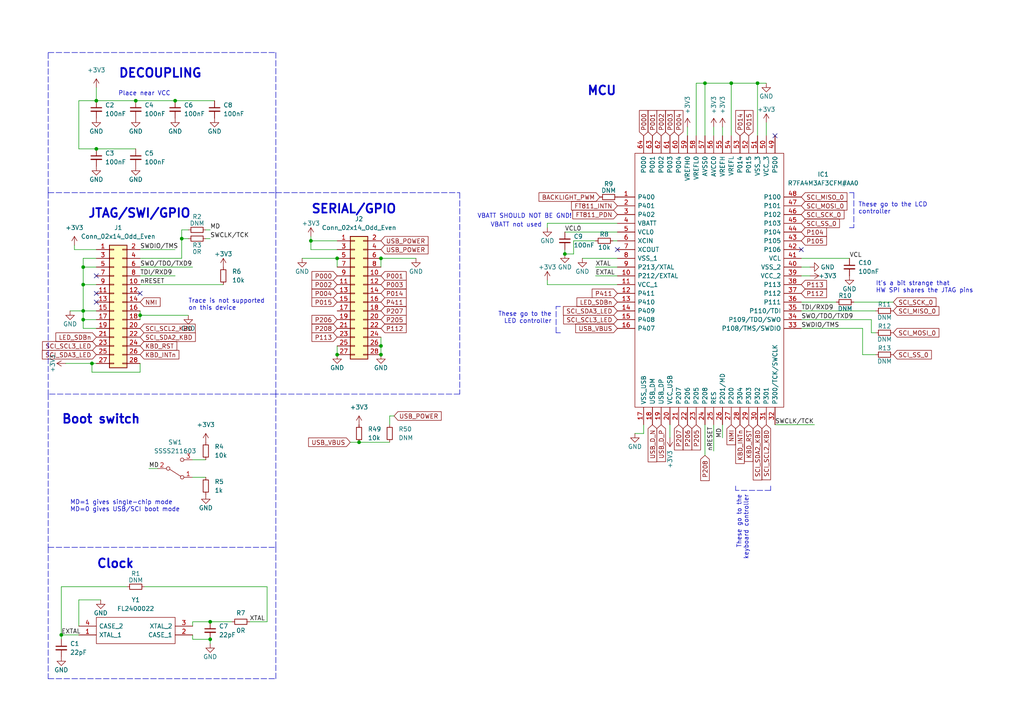
<source format=kicad_sch>
(kicad_sch (version 20211123) (generator eeschema)
  (paper "A4")
  (lib_symbols
    (symbol "Connector_Generic:Conn_02x14_Odd_Even" (pin_names (offset 1.016) hide)
      (property "Reference" "J" (at 1.27 17.78 0))
      (property "Value" "Conn_02x14_Odd_Even" (at 1.27 -20.32 0))
      (symbol "Conn_02x14_Odd_Even_1_1"
        (rectangle (start -1.27 -17.653) (end 0 -17.907) (stroke (width 0.1524)))
        (rectangle (start -1.27 -15.113) (end 0 -15.367) (stroke (width 0.1524)))
        (rectangle (start -1.27 -12.573) (end 0 -12.827) (stroke (width 0.1524)))
        (rectangle (start -1.27 -10.033) (end 0 -10.287) (stroke (width 0.1524)))
        (rectangle (start -1.27 -7.493) (end 0 -7.747) (stroke (width 0.1524)))
        (rectangle (start -1.27 -4.953) (end 0 -5.207) (stroke (width 0.1524)))
        (rectangle (start -1.27 -2.413) (end 0 -2.667) (stroke (width 0.1524)))
        (rectangle (start -1.27 0.127) (end 0 -0.127) (stroke (width 0.1524)))
        (rectangle (start -1.27 2.667) (end 0 2.413) (stroke (width 0.1524)))
        (rectangle (start -1.27 5.207) (end 0 4.953) (stroke (width 0.1524)))
        (rectangle (start -1.27 7.747) (end 0 7.493) (stroke (width 0.1524)))
        (rectangle (start -1.27 10.287) (end 0 10.033) (stroke (width 0.1524)))
        (rectangle (start -1.27 12.827) (end 0 12.573) (stroke (width 0.1524)))
        (rectangle (start -1.27 15.367) (end 0 15.113) (stroke (width 0.1524)))
        (rectangle (start -1.27 16.51) (end 3.81 -19.05) (stroke (width 0.254)) (fill (type background)))
        (rectangle (start 3.81 -17.653) (end 2.54 -17.907) (stroke (width 0.1524)))
        (rectangle (start 3.81 -15.113) (end 2.54 -15.367) (stroke (width 0.1524)))
        (rectangle (start 3.81 -12.573) (end 2.54 -12.827) (stroke (width 0.1524)))
        (rectangle (start 3.81 -10.033) (end 2.54 -10.287) (stroke (width 0.1524)))
        (rectangle (start 3.81 -7.493) (end 2.54 -7.747) (stroke (width 0.1524)))
        (rectangle (start 3.81 -4.953) (end 2.54 -5.207) (stroke (width 0.1524)))
        (rectangle (start 3.81 -2.413) (end 2.54 -2.667) (stroke (width 0.1524)))
        (rectangle (start 3.81 0.127) (end 2.54 -0.127) (stroke (width 0.1524)))
        (rectangle (start 3.81 2.667) (end 2.54 2.413) (stroke (width 0.1524)))
        (rectangle (start 3.81 5.207) (end 2.54 4.953) (stroke (width 0.1524)))
        (rectangle (start 3.81 7.747) (end 2.54 7.493) (stroke (width 0.1524)))
        (rectangle (start 3.81 10.287) (end 2.54 10.033) (stroke (width 0.1524)))
        (rectangle (start 3.81 12.827) (end 2.54 12.573) (stroke (width 0.1524)))
        (rectangle (start 3.81 15.367) (end 2.54 15.113) (stroke (width 0.1524)))
        (pin passive line (at -5.08 15.24 0) (length 3.81) (name "Pin_1") (number "1"))
        (pin passive line (at 7.62 5.08 180) (length 3.81) (name "Pin_10") (number "10"))
        (pin passive line (at -5.08 2.54 0) (length 3.81) (name "Pin_11") (number "11"))
        (pin passive line (at 7.62 2.54 180) (length 3.81) (name "Pin_12") (number "12"))
        (pin passive line (at -5.08 0 0) (length 3.81) (name "Pin_13") (number "13"))
        (pin passive line (at 7.62 0 180) (length 3.81) (name "Pin_14") (number "14"))
        (pin passive line (at -5.08 -2.54 0) (length 3.81) (name "Pin_15") (number "15"))
        (pin passive line (at 7.62 -2.54 180) (length 3.81) (name "Pin_16") (number "16"))
        (pin passive line (at -5.08 -5.08 0) (length 3.81) (name "Pin_17") (number "17"))
        (pin passive line (at 7.62 -5.08 180) (length 3.81) (name "Pin_18") (number "18"))
        (pin passive line (at -5.08 -7.62 0) (length 3.81) (name "Pin_19") (number "19"))
        (pin passive line (at 7.62 15.24 180) (length 3.81) (name "Pin_2") (number "2"))
        (pin passive line (at 7.62 -7.62 180) (length 3.81) (name "Pin_20") (number "20"))
        (pin passive line (at -5.08 -10.16 0) (length 3.81) (name "Pin_21") (number "21"))
        (pin passive line (at 7.62 -10.16 180) (length 3.81) (name "Pin_22") (number "22"))
        (pin passive line (at -5.08 -12.7 0) (length 3.81) (name "Pin_23") (number "23"))
        (pin passive line (at 7.62 -12.7 180) (length 3.81) (name "Pin_24") (number "24"))
        (pin passive line (at -5.08 -15.24 0) (length 3.81) (name "Pin_25") (number "25"))
        (pin passive line (at 7.62 -15.24 180) (length 3.81) (name "Pin_26") (number "26"))
        (pin passive line (at -5.08 -17.78 0) (length 3.81) (name "Pin_27") (number "27"))
        (pin passive line (at 7.62 -17.78 180) (length 3.81) (name "Pin_28") (number "28"))
        (pin passive line (at -5.08 12.7 0) (length 3.81) (name "Pin_3") (number "3"))
        (pin passive line (at 7.62 12.7 180) (length 3.81) (name "Pin_4") (number "4"))
        (pin passive line (at -5.08 10.16 0) (length 3.81) (name "Pin_5") (number "5"))
        (pin passive line (at 7.62 10.16 180) (length 3.81) (name "Pin_6") (number "6"))
        (pin passive line (at -5.08 7.62 0) (length 3.81) (name "Pin_7") (number "7"))
        (pin passive line (at 7.62 7.62 180) (length 3.81) (name "Pin_8") (number "8"))
        (pin passive line (at -5.08 5.08 0) (length 3.81) (name "Pin_9") (number "9"))
      )
    )
    (symbol "Device:C_Small" (pin_numbers hide) (pin_names (offset 0.254) hide)
      (property "Reference" "C" (at 0.254 1.778 0))
      (property "Value" "C_Small" (at 0.254 -2.032 0))
      (symbol "C_Small_0_1"
        (polyline (pts (xy -1.524 -0.508) (xy 1.524 -0.508)) (stroke (width 0.3302)))
        (polyline (pts (xy -1.524 0.508) (xy 1.524 0.508)) (stroke (width 0.3048)))
      )
      (symbol "C_Small_1_1"
        (pin passive line (at 0 2.54 270) (length 2.032) (name "~") (number "1"))
        (pin passive line (at 0 -2.54 90) (length 2.032) (name "~") (number "2"))
      )
    )
    (symbol "Device:R_Small" (pin_numbers hide) (pin_names (offset 0.254) hide)
      (property "Reference" "R" (at 0.762 0.508 0))
      (property "Value" "R_Small" (at 0.762 -1.016 0))
      (symbol "R_Small_0_1"
        (rectangle (start -0.762 1.778) (end 0.762 -1.778) (stroke (width 0.2032)))
      )
      (symbol "R_Small_1_1"
        (pin passive line (at 0 2.54 270) (length 0.762) (name "~") (number "1"))
        (pin passive line (at 0 -2.54 90) (length 0.762) (name "~") (number "2"))
      )
    )
    (symbol "SamacSys_Parts:FL2400022" (pin_names (offset 0.762))
      (property "Reference" "Y" (at 29.21 7.62 0))
      (property "Value" "FL2400022" (at 29.21 5.08 0))
      (symbol "FL2400022_0_0"
        (pin passive line (at 0 -2.54 0) (length 5.08) (name "XTAL_1") (number "1"))
        (pin passive line (at 33.02 -2.54 180) (length 5.08) (name "CASE_1") (number "2"))
        (pin passive line (at 33.02 0 180) (length 5.08) (name "XTAL_2") (number "3"))
        (pin passive line (at 0 0 0) (length 5.08) (name "CASE_2") (number "4"))
      )
      (symbol "FL2400022_0_1"
        (polyline (pts (xy 5.08 2.54) (xy 27.94 2.54) (xy 27.94 -5.08) (xy 5.08 -5.08) (xy 5.08 2.54)) (stroke (width 0.1524)))
      )
    )
    (symbol "SamacSys_Parts:R7FA4M3AF3CFM#AA0" (pin_names (offset 0.762))
      (property "Reference" "IC" (at 49.53 17.78 0))
      (property "Value" "R7FA4M3AF3CFM#AA0" (at 49.53 15.24 0))
      (symbol "R7FA4M3AF3CFM#AA0_0_0"
        (pin passive line (at 0 0 0) (length 5.08) (name "P400") (number "1"))
        (pin passive line (at 0 -22.86 0) (length 5.08) (name "P212/EXTAL") (number "10"))
        (pin passive line (at 0 -25.4 0) (length 5.08) (name "VCC_1") (number "11"))
        (pin passive line (at 0 -27.94 0) (length 5.08) (name "P411") (number "12"))
        (pin passive line (at 0 -30.48 0) (length 5.08) (name "P410") (number "13"))
        (pin passive line (at 0 -33.02 0) (length 5.08) (name "P409") (number "14"))
        (pin passive line (at 0 -35.56 0) (length 5.08) (name "P408") (number "15"))
        (pin passive line (at 0 -38.1 0) (length 5.08) (name "P407") (number "16"))
        (pin passive line (at 7.62 -66.04 90) (length 5.08) (name "VSS_USB") (number "17"))
        (pin passive line (at 10.16 -66.04 90) (length 5.08) (name "USB_DM") (number "18"))
        (pin passive line (at 12.7 -66.04 90) (length 5.08) (name "USB_DP") (number "19"))
        (pin passive line (at 0 -2.54 0) (length 5.08) (name "P401") (number "2"))
        (pin passive line (at 15.24 -66.04 90) (length 5.08) (name "VCC_USB") (number "20"))
        (pin passive line (at 17.78 -66.04 90) (length 5.08) (name "P207") (number "21"))
        (pin passive line (at 20.32 -66.04 90) (length 5.08) (name "P206") (number "22"))
        (pin passive line (at 22.86 -66.04 90) (length 5.08) (name "P205") (number "23"))
        (pin passive line (at 25.4 -66.04 90) (length 5.08) (name "P208") (number "24"))
        (pin passive line (at 27.94 -66.04 90) (length 5.08) (name "RES") (number "25"))
        (pin passive line (at 30.48 -66.04 90) (length 5.08) (name "P201/MD") (number "26"))
        (pin passive line (at 33.02 -66.04 90) (length 5.08) (name "P200") (number "27"))
        (pin passive line (at 35.56 -66.04 90) (length 5.08) (name "P304") (number "28"))
        (pin passive line (at 38.1 -66.04 90) (length 5.08) (name "P303") (number "29"))
        (pin passive line (at 0 -5.08 0) (length 5.08) (name "P402") (number "3"))
        (pin passive line (at 40.64 -66.04 90) (length 5.08) (name "P302") (number "30"))
        (pin passive line (at 43.18 -66.04 90) (length 5.08) (name "P301") (number "31"))
        (pin passive line (at 45.72 -66.04 90) (length 5.08) (name "P300/TCK/SWCLK") (number "32"))
        (pin passive line (at 53.34 -38.1 180) (length 5.08) (name "P108/TMS/SWDIO") (number "33"))
        (pin passive line (at 53.34 -35.56 180) (length 5.08) (name "P109/TDO/SWO") (number "34"))
        (pin passive line (at 53.34 -33.02 180) (length 5.08) (name "P110/TDI") (number "35"))
        (pin passive line (at 53.34 -30.48 180) (length 5.08) (name "P111") (number "36"))
        (pin passive line (at 53.34 -27.94 180) (length 5.08) (name "P112") (number "37"))
        (pin passive line (at 53.34 -25.4 180) (length 5.08) (name "P113") (number "38"))
        (pin passive line (at 53.34 -22.86 180) (length 5.08) (name "VCC_2") (number "39"))
        (pin passive line (at 0 -7.62 0) (length 5.08) (name "VBATT") (number "4"))
        (pin passive line (at 53.34 -20.32 180) (length 5.08) (name "VSS_2") (number "40"))
        (pin passive line (at 53.34 -17.78 180) (length 5.08) (name "VCL") (number "41"))
        (pin passive line (at 53.34 -15.24 180) (length 5.08) (name "P106") (number "42"))
        (pin passive line (at 53.34 -12.7 180) (length 5.08) (name "P105") (number "43"))
        (pin passive line (at 53.34 -10.16 180) (length 5.08) (name "P104") (number "44"))
        (pin passive line (at 53.34 -7.62 180) (length 5.08) (name "P103") (number "45"))
        (pin passive line (at 53.34 -5.08 180) (length 5.08) (name "P102") (number "46"))
        (pin passive line (at 53.34 -2.54 180) (length 5.08) (name "P101") (number "47"))
        (pin passive line (at 53.34 0 180) (length 5.08) (name "P100") (number "48"))
        (pin passive line (at 45.72 17.78 270) (length 5.08) (name "P500") (number "49"))
        (pin passive line (at 0 -10.16 0) (length 5.08) (name "VCL0") (number "5"))
        (pin passive line (at 43.18 17.78 270) (length 5.08) (name "VCC_3") (number "50"))
        (pin passive line (at 40.64 17.78 270) (length 5.08) (name "VSS_3") (number "51"))
        (pin passive line (at 38.1 17.78 270) (length 5.08) (name "P015") (number "52"))
        (pin passive line (at 35.56 17.78 270) (length 5.08) (name "P014") (number "53"))
        (pin passive line (at 33.02 17.78 270) (length 5.08) (name "VREFL") (number "54"))
        (pin passive line (at 30.48 17.78 270) (length 5.08) (name "VREFH") (number "55"))
        (pin passive line (at 27.94 17.78 270) (length 5.08) (name "AVCC0") (number "56"))
        (pin passive line (at 25.4 17.78 270) (length 5.08) (name "AVSS0") (number "57"))
        (pin passive line (at 22.86 17.78 270) (length 5.08) (name "VREFL0") (number "58"))
        (pin passive line (at 20.32 17.78 270) (length 5.08) (name "VREFH0") (number "59"))
        (pin passive line (at 0 -12.7 0) (length 5.08) (name "XCIN") (number "6"))
        (pin passive line (at 17.78 17.78 270) (length 5.08) (name "P004") (number "60"))
        (pin passive line (at 15.24 17.78 270) (length 5.08) (name "P003") (number "61"))
        (pin passive line (at 12.7 17.78 270) (length 5.08) (name "P002") (number "62"))
        (pin passive line (at 10.16 17.78 270) (length 5.08) (name "P001") (number "63"))
        (pin passive line (at 7.62 17.78 270) (length 5.08) (name "P000") (number "64"))
        (pin passive line (at 0 -15.24 0) (length 5.08) (name "XCOUT") (number "7"))
        (pin passive line (at 0 -17.78 0) (length 5.08) (name "VSS_1") (number "8"))
        (pin passive line (at 0 -20.32 0) (length 5.08) (name "P213/XTAL") (number "9"))
      )
      (symbol "R7FA4M3AF3CFM#AA0_0_1"
        (polyline (pts (xy 5.08 12.7) (xy 48.26 12.7) (xy 48.26 -60.96) (xy 5.08 -60.96) (xy 5.08 12.7)) (stroke (width 0.1524)))
      )
    )
    (symbol "Switch:SW_SPDT" (pin_names (offset 0) hide)
      (property "Reference" "SW" (at 0 4.318 0))
      (property "Value" "SW_SPDT" (at 0 -5.08 0))
      (symbol "SW_SPDT_0_0"
        (circle (center -2.032 0) (radius 0.508))
        (circle (center 2.032 -2.54) (radius 0.508))
      )
      (symbol "SW_SPDT_0_1"
        (polyline (pts (xy -1.524 0.254) (xy 1.651 2.286)))
        (circle (center 2.032 2.54) (radius 0.508))
      )
      (symbol "SW_SPDT_1_1"
        (pin passive line (at 5.08 2.54 180) (length 2.54) (name "A") (number "1"))
        (pin passive line (at -5.08 0 0) (length 2.54) (name "B") (number "2"))
        (pin passive line (at 5.08 -2.54 180) (length 2.54) (name "C") (number "3"))
      )
    )
    (symbol "power:+3V3" (power) (pin_names (offset 0))
      (property "Value" "+3V3" (at 0 3.556 0))
      (symbol "+3V3_0_1"
        (polyline (pts (xy -0.762 1.27) (xy 0 2.54)))
        (polyline (pts (xy 0 0) (xy 0 2.54)))
        (polyline (pts (xy 0 2.54) (xy 0.762 1.27)))
      )
      (symbol "+3V3_1_1"
        (pin power_in line (at 0 0 90) (length 0) hide (name "+3V3") (number "1"))
      )
    )
    (symbol "power:GND" (power) (pin_names (offset 0))
      (property "Value" "GND" (at 0 -3.81 0))
      (symbol "GND_0_1"
        (polyline (pts (xy 0 0) (xy 0 -1.27) (xy 1.27 -1.27) (xy 0 -2.54) (xy -1.27 -1.27) (xy 0 -1.27)))
      )
      (symbol "GND_1_1"
        (pin power_in line (at 0 0 270) (length 0) hide (name "GND") (number "1"))
      )
    )
  )
  (junction (at 104.14 128.27))
  (junction (at 27.94 29.21))
  (junction (at 27.94 43.18))
  (junction (at 97.79 102.87))
  (junction (at 39.37 29.21))
  (junction (at 204.47 24.13))
  (junction (at 110.49 100.33))
  (junction (at 212.09 24.13))
  (junction (at 110.49 74.93))
  (junction (at 163.83 73.66))
  (junction (at 24.13 90.17))
  (junction (at 52.705 69.215))
  (junction (at 219.71 24.13))
  (junction (at 60.96 180.34))
  (junction (at 24.13 77.47))
  (junction (at 50.8 29.21))
  (junction (at 97.79 74.93))
  (junction (at 24.13 92.71))
  (junction (at 110.49 102.87))
  (junction (at 40.64 91.44))
  (junction (at 90.17 69.85))
  (junction (at 17.78 184.15))
  (junction (at 24.13 82.55))
  (junction (at 26.67 105.41))
  (junction (at 60.96 185.42))
  (no_connect (at 27.94 80.01))
  (no_connect (at 179.07 72.39))
  (no_connect (at 224.79 39.37))
  (no_connect (at 232.41 72.39))
  (no_connect (at 27.94 85.09))
  (no_connect (at 40.64 85.09))
  (no_connect (at 27.94 87.63))
  (polyline (pts (xy 80.01 55.88) (xy 133.35 55.88)))
  (wire (pts (xy 113.03 123.19) (xy 113.03 120.65)))
  (wire (pts (xy 97.79 69.85) (xy 90.17 69.85)))
  (polyline (pts (xy 13.97 15.24) (xy 80.01 15.24)))
  (wire (pts (xy 168.91 74.93) (xy 179.07 74.93)))
  (wire (pts (xy 252.73 92.71) (xy 252.73 96.52)))
  (wire (pts (xy 104.14 128.27) (xy 113.03 128.27)))
  (wire (pts (xy 60.96 185.42) (xy 60.96 186.69)))
  (wire (pts (xy 77.47 170.18) (xy 41.91 170.18)))
  (wire (pts (xy 212.09 24.13) (xy 219.71 24.13)))
  (wire (pts (xy 24.13 92.71) (xy 24.13 95.25)))
  (wire (pts (xy 163.83 67.31) (xy 179.07 67.31)))
  (wire (pts (xy 55.88 133.35) (xy 59.69 133.35)))
  (polyline (pts (xy 13.97 158.75) (xy 80.01 158.75)))
  (wire (pts (xy 110.49 100.33) (xy 110.49 102.87)))
  (wire (pts (xy 40.64 77.47) (xy 55.88 77.47)))
  (wire (pts (xy 40.64 74.93) (xy 52.705 74.93)))
  (wire (pts (xy 110.49 74.93) (xy 120.65 74.93)))
  (wire (pts (xy 209.55 36.83) (xy 209.55 39.37)))
  (wire (pts (xy 22.86 29.21) (xy 27.94 29.21)))
  (wire (pts (xy 184.15 125.73) (xy 186.69 125.73)))
  (wire (pts (xy 24.13 82.55) (xy 24.13 90.17)))
  (wire (pts (xy 40.64 72.39) (xy 50.8 72.39)))
  (wire (pts (xy 36.83 170.18) (xy 17.78 170.18)))
  (wire (pts (xy 22.86 173.99) (xy 22.86 181.61)))
  (wire (pts (xy 24.13 77.47) (xy 24.13 82.55)))
  (wire (pts (xy 232.41 95.25) (xy 250.19 95.25)))
  (polyline (pts (xy 133.35 114.3) (xy 80.01 114.3)))
  (polyline (pts (xy 13.97 114.3) (xy 13.97 158.75)))
  (polyline (pts (xy 13.97 55.88) (xy 13.97 15.24)))
  (polyline (pts (xy 223.52 142.24) (xy 213.36 142.24)))
  (wire (pts (xy 59.69 69.215) (xy 60.96 69.215)))
  (wire (pts (xy 52.705 66.675) (xy 54.61 66.675)))
  (wire (pts (xy 252.73 96.52) (xy 254 96.52)))
  (wire (pts (xy 40.64 80.01) (xy 50.8 80.01)))
  (wire (pts (xy 172.72 77.47) (xy 179.07 77.47)))
  (wire (pts (xy 52.705 74.93) (xy 52.705 69.215)))
  (wire (pts (xy 172.72 80.01) (xy 179.07 80.01)))
  (wire (pts (xy 177.8 69.85) (xy 179.07 69.85)))
  (wire (pts (xy 27.94 74.93) (xy 24.13 74.93)))
  (wire (pts (xy 222.25 35.56) (xy 222.25 39.37)))
  (wire (pts (xy 21.59 72.39) (xy 21.59 71.12)))
  (polyline (pts (xy 13.97 55.88) (xy 13.97 114.3)))
  (polyline (pts (xy 80.01 55.88) (xy 80.01 114.3)))
  (wire (pts (xy 201.93 39.37) (xy 201.93 24.13)))
  (wire (pts (xy 201.93 24.13) (xy 204.47 24.13)))
  (wire (pts (xy 110.49 74.93) (xy 110.49 77.47)))
  (wire (pts (xy 250.19 102.87) (xy 254 102.87)))
  (polyline (pts (xy 13.97 158.75) (xy 13.97 196.85)))
  (polyline (pts (xy 246.38 55.88) (xy 247.65 55.88)))
  (wire (pts (xy 166.37 69.85) (xy 166.37 73.66)))
  (wire (pts (xy 234.95 77.47) (xy 232.41 77.47)))
  (wire (pts (xy 209.55 123.19) (xy 209.55 127)))
  (polyline (pts (xy 223.52 140.97) (xy 223.52 142.24)))
  (wire (pts (xy 27.94 43.18) (xy 39.37 43.18)))
  (polyline (pts (xy 162.56 96.52) (xy 161.29 96.52)))
  (wire (pts (xy 204.47 39.37) (xy 204.47 24.13)))
  (wire (pts (xy 207.01 123.19) (xy 207.01 130.81)))
  (polyline (pts (xy 213.36 140.97) (xy 213.36 142.24)))
  (polyline (pts (xy 80.01 158.75) (xy 80.01 114.3)))
  (wire (pts (xy 110.49 97.79) (xy 110.49 100.33)))
  (wire (pts (xy 166.37 73.66) (xy 163.83 73.66)))
  (wire (pts (xy 77.47 180.34) (xy 77.47 170.18)))
  (wire (pts (xy 24.13 90.17) (xy 27.94 90.17)))
  (wire (pts (xy 250.19 95.25) (xy 250.19 102.87)))
  (wire (pts (xy 72.39 180.34) (xy 77.47 180.34)))
  (polyline (pts (xy 133.35 55.88) (xy 133.35 114.3)))
  (wire (pts (xy 97.79 72.39) (xy 90.17 72.39)))
  (wire (pts (xy 43.18 135.89) (xy 45.72 135.89)))
  (wire (pts (xy 39.37 29.21) (xy 27.94 29.21)))
  (polyline (pts (xy 246.38 66.04) (xy 247.65 66.04)))
  (wire (pts (xy 26.67 105.41) (xy 27.94 105.41)))
  (polyline (pts (xy 80.01 114.3) (xy 13.97 114.3)))
  (polyline (pts (xy 247.65 55.88) (xy 247.65 66.04)))
  (wire (pts (xy 194.31 123.19) (xy 194.31 127)))
  (wire (pts (xy 97.79 74.93) (xy 97.79 77.47)))
  (wire (pts (xy 224.79 123.19) (xy 236.22 123.19)))
  (wire (pts (xy 232.41 92.71) (xy 252.73 92.71)))
  (wire (pts (xy 158.75 81.28) (xy 158.75 82.55)))
  (wire (pts (xy 60.96 185.42) (xy 55.88 185.42)))
  (wire (pts (xy 158.75 64.77) (xy 179.07 64.77)))
  (wire (pts (xy 17.78 170.18) (xy 17.78 184.15)))
  (wire (pts (xy 207.01 36.83) (xy 207.01 39.37)))
  (wire (pts (xy 59.69 66.675) (xy 60.96 66.675)))
  (wire (pts (xy 52.705 69.215) (xy 52.705 66.675)))
  (wire (pts (xy 50.8 29.21) (xy 39.37 29.21)))
  (wire (pts (xy 55.88 180.34) (xy 60.96 180.34)))
  (wire (pts (xy 27.94 72.39) (xy 21.59 72.39)))
  (polyline (pts (xy 80.01 196.85) (xy 80.01 158.75)))
  (wire (pts (xy 40.64 91.44) (xy 40.64 92.71)))
  (wire (pts (xy 26.67 105.41) (xy 26.67 107.95)))
  (wire (pts (xy 186.69 125.73) (xy 186.69 123.19)))
  (wire (pts (xy 26.67 107.95) (xy 40.64 107.95)))
  (wire (pts (xy 212.09 39.37) (xy 212.09 24.13)))
  (wire (pts (xy 232.41 87.63) (xy 242.57 87.63)))
  (wire (pts (xy 232.41 74.93) (xy 246.38 74.93)))
  (polyline (pts (xy 161.29 96.52) (xy 161.29 88.9)))
  (wire (pts (xy 22.86 184.15) (xy 17.78 184.15)))
  (wire (pts (xy 27.94 29.21) (xy 27.94 25.4)))
  (wire (pts (xy 24.13 92.71) (xy 27.94 92.71)))
  (wire (pts (xy 199.39 36.83) (xy 199.39 39.37)))
  (wire (pts (xy 55.88 181.61) (xy 55.88 180.34)))
  (wire (pts (xy 19.05 105.41) (xy 26.67 105.41)))
  (wire (pts (xy 24.13 82.55) (xy 27.94 82.55)))
  (wire (pts (xy 234.95 80.01) (xy 232.41 80.01)))
  (wire (pts (xy 40.64 82.55) (xy 64.77 82.55)))
  (wire (pts (xy 60.96 180.34) (xy 67.31 180.34)))
  (wire (pts (xy 40.64 90.17) (xy 40.64 91.44)))
  (wire (pts (xy 54.61 91.44) (xy 40.64 91.44)))
  (wire (pts (xy 101.6 128.27) (xy 104.14 128.27)))
  (wire (pts (xy 219.71 24.13) (xy 219.71 39.37)))
  (wire (pts (xy 204.47 24.13) (xy 212.09 24.13)))
  (wire (pts (xy 22.86 43.18) (xy 22.86 29.21)))
  (wire (pts (xy 29.21 173.99) (xy 22.86 173.99)))
  (wire (pts (xy 87.63 74.93) (xy 97.79 74.93)))
  (wire (pts (xy 259.08 87.63) (xy 247.65 87.63)))
  (wire (pts (xy 97.79 100.33) (xy 97.79 102.87)))
  (wire (pts (xy 24.13 95.25) (xy 27.94 95.25)))
  (wire (pts (xy 55.88 138.43) (xy 59.69 138.43)))
  (polyline (pts (xy 13.97 196.85) (xy 80.01 196.85)))
  (polyline (pts (xy 162.56 88.9) (xy 161.29 88.9)))
  (wire (pts (xy 52.705 69.215) (xy 54.61 69.215)))
  (polyline (pts (xy 13.97 55.88) (xy 80.01 55.88)))
  (wire (pts (xy 55.88 185.42) (xy 55.88 184.15)))
  (wire (pts (xy 40.64 107.95) (xy 40.64 105.41)))
  (wire (pts (xy 158.75 66.04) (xy 158.75 64.77)))
  (wire (pts (xy 158.75 82.55) (xy 179.07 82.55)))
  (wire (pts (xy 172.72 69.85) (xy 166.37 69.85)))
  (wire (pts (xy 24.13 77.47) (xy 27.94 77.47)))
  (wire (pts (xy 90.17 69.85) (xy 90.17 68.58)))
  (wire (pts (xy 24.13 74.93) (xy 24.13 77.47)))
  (wire (pts (xy 20.32 90.17) (xy 24.13 90.17)))
  (wire (pts (xy 27.94 43.18) (xy 22.86 43.18)))
  (wire (pts (xy 62.23 29.21) (xy 50.8 29.21)))
  (wire (pts (xy 219.71 24.13) (xy 222.25 24.13)))
  (polyline (pts (xy 80.01 15.24) (xy 80.01 55.88)))
  (wire (pts (xy 90.17 72.39) (xy 90.17 69.85)))
  (wire (pts (xy 113.03 120.65) (xy 114.3 120.65)))
  (wire (pts (xy 17.78 184.15) (xy 17.78 185.42)))
  (wire (pts (xy 232.41 90.17) (xy 254 90.17)))
  (wire (pts (xy 204.47 132.08) (xy 204.47 123.19)))
  (wire (pts (xy 24.13 90.17) (xy 24.13 92.71)))
  (wire (pts (xy 163.83 72.39) (xy 163.83 73.66)))
  (text "SERIAL/GPIO" (at 90.17 62.23 0) (effects (font (size 2.54 2.54) (thickness 0.508) bold) (justify left bottom)))
  (text "Clock" (at 27.94 165.1 0) (effects (font (size 2.54 2.54) (thickness 0.508) bold) (justify left bottom)))
  (text "DECOUPLING" (at 34.29 22.86 0) (effects (font (size 2.54 2.54) (thickness 0.508) bold) (justify left bottom)))
  (text "It's a bit strange that \nHW SPI shares the JTAG pins" (at 254 85.09 0) (effects (font (size 1.27 1.27)) (justify left bottom)))
  (text "These go to the\nkeyboard controller" (at 217.17 143.51 270) (effects (font (size 1.27 1.27)) (justify right bottom)))
  (text "These go to the LCD\ncontroller" (at 248.92 62.23 0) (effects (font (size 1.27 1.27)) (justify left bottom)))
  (text "MD=1 gives single-chip mode\nMD=0 gives USB/SCI boot mode" (at 20.32 148.59 0) (effects (font (size 1.27 1.27)) (justify left bottom)))
  (text "Place near VCC" (at 34.29 27.94 0) (effects (font (size 1.27 1.27)) (justify left bottom)))
  (text "VBATT not used" (at 142.24 66.04 0) (effects (font (size 1.27 1.27)) (justify left bottom)))
  (text "Trace is not supported\non this device" (at 54.61 90.17 0) (effects (font (size 1.27 1.27)) (justify left bottom)))
  (text "Boot switch" (at 17.78 123.19 0) (effects (font (size 2.54 2.54) (thickness 0.508) bold) (justify left bottom)))
  (text "MCU" (at 170.18 27.94 0) (effects (font (size 2.54 2.54) (thickness 0.508) bold) (justify left bottom)))
  (text "VBATT SHOULD NOT BE GND!" (at 138.43 63.5 0) (effects (font (size 1.27 1.27)) (justify left bottom)))
  (text "These go to the\nLED controller" (at 160.02 93.98 180) (effects (font (size 1.27 1.27)) (justify right bottom)))
  (text "JTAG/SWI/GPIO" (at 25.4 63.5 0) (effects (font (size 2.54 2.54) (thickness 0.508) bold) (justify left bottom)))
  (label "TDI{slash}RXD9" (at 232.41 90.17 0))
  (label "XTAL" (at 172.72 77.47 0))
  (label "SWDIO{slash}TMS" (at 232.41 95.25 0))
  (label "SWCLK{slash}TCK" (at 60.96 69.215 0))
  (label "nRESET" (at 40.64 82.55 0))
  (label "MD" (at 209.55 127 90))
  (label "SWDIO{slash}TMS" (at 40.64 72.39 0))
  (label "XTAL" (at 72.39 180.34 0))
  (label "SWCLK{slash}TCK" (at 224.79 123.19 0))
  (label "VCL" (at 246.38 74.93 0))
  (label "EXTAL" (at 17.78 184.15 0))
  (label "MD" (at 60.96 66.675 0))
  (label "EXTAL" (at 172.72 80.01 0))
  (label "SWO{slash}TDO{slash}TXD9" (at 232.41 92.71 0))
  (label "VCL0" (at 163.83 67.31 0))
  (label "TDI{slash}RXD9" (at 40.64 80.01 0))
  (label "SWO{slash}TDO{slash}TXD9" (at 40.64 77.47 0))
  (label "MD" (at 43.18 135.89 0))
  (label "nRESET" (at 207.01 130.81 90))
  (global_label "P004" (shape input) (at 196.85 39.37 90) (property "Intersheet References" "${INTERSHEET_REFS}" (effects hide)))
  (global_label "P112" (shape input) (at 110.49 95.25 0) (property "Intersheet References" "${INTERSHEET_REFS}" (effects hide)))
  (global_label "SCI_SCK_0" (shape input) (at 259.08 87.63 0) (property "Intersheet References" "${INTERSHEET_REFS}" (effects hide)))
  (global_label "SCI_SCK_0" (shape input) (at 232.41 62.23 0) (property "Intersheet References" "${INTERSHEET_REFS}" (effects hide)))
  (global_label "P003" (shape input) (at 194.31 39.37 90) (property "Intersheet References" "${INTERSHEET_REFS}" (effects hide)))
  (global_label "P205" (shape input) (at 201.93 123.19 270) (property "Intersheet References" "${INTERSHEET_REFS}" (effects hide)))
  (global_label "USB_D_P" (shape input) (at 191.77 123.19 270) (property "Intersheet References" "${INTERSHEET_REFS}" (effects hide)))
  (global_label "P015" (shape input) (at 217.17 39.37 90) (property "Intersheet References" "${INTERSHEET_REFS}" (effects hide)))
  (global_label "P112" (shape input) (at 232.41 85.09 0) (property "Intersheet References" "${INTERSHEET_REFS}" (effects hide)))
  (global_label "FT811_PDN" (shape input) (at 179.07 62.23 180) (property "Intersheet References" "${INTERSHEET_REFS}" (effects hide)))
  (global_label "P002" (shape input) (at 191.77 39.37 90) (property "Intersheet References" "${INTERSHEET_REFS}" (effects hide)))
  (global_label "USB_VBUS" (shape input) (at 179.07 95.25 180) (property "Intersheet References" "${INTERSHEET_REFS}" (effects hide)))
  (global_label "SCI_MISO_0" (shape input) (at 232.41 57.15 0) (property "Intersheet References" "${INTERSHEET_REFS}" (effects hide)))
  (global_label "P003" (shape input) (at 110.49 82.55 0) (property "Intersheet References" "${INTERSHEET_REFS}" (effects hide)))
  (global_label "SCI_MOSI_0" (shape input) (at 232.41 59.69 0) (property "Intersheet References" "${INTERSHEET_REFS}" (effects hide)))
  (global_label "KBD_INTn" (shape input) (at 40.64 102.87 0) (property "Intersheet References" "${INTERSHEET_REFS}" (effects hide)))
  (global_label "P105" (shape input) (at 232.41 69.85 0) (property "Intersheet References" "${INTERSHEET_REFS}" (effects hide)))
  (global_label "P207" (shape input) (at 196.85 123.19 270) (property "Intersheet References" "${INTERSHEET_REFS}" (effects hide)))
  (global_label "SCI_SDA2_KBD" (shape input) (at 219.71 123.19 270) (property "Intersheet References" "${INTERSHEET_REFS}" (effects hide)))
  (global_label "P206" (shape input) (at 97.79 92.71 180) (property "Intersheet References" "${INTERSHEET_REFS}" (effects hide)))
  (global_label "KBD_RST" (shape input) (at 40.64 100.33 0) (property "Intersheet References" "${INTERSHEET_REFS}" (effects hide)))
  (global_label "P014" (shape input) (at 110.49 85.09 0) (property "Intersheet References" "${INTERSHEET_REFS}" (effects hide)))
  (global_label "SCI_MISO_0" (shape input) (at 259.08 90.17 0) (property "Intersheet References" "${INTERSHEET_REFS}" (effects hide)))
  (global_label "USB_POWER" (shape input) (at 110.49 72.39 0) (property "Intersheet References" "${INTERSHEET_REFS}" (effects hide)))
  (global_label "BACKLIGHT_PWM" (shape input) (at 173.99 57.15 180) (property "Intersheet References" "${INTERSHEET_REFS}" (effects hide)))
  (global_label "SCI_SDA2_KBD" (shape input) (at 40.64 97.79 0) (property "Intersheet References" "${INTERSHEET_REFS}" (effects hide)))
  (global_label "SCI_SCL3_LED" (shape input) (at 27.94 100.33 180) (property "Intersheet References" "${INTERSHEET_REFS}" (effects hide)))
  (global_label "P207" (shape input) (at 110.49 90.17 0) (property "Intersheet References" "${INTERSHEET_REFS}" (effects hide)))
  (global_label "NMI" (shape input) (at 212.09 123.19 270) (property "Intersheet References" "${INTERSHEET_REFS}" (effects hide)))
  (global_label "SCI_SS_0" (shape input) (at 232.41 64.77 0) (property "Intersheet References" "${INTERSHEET_REFS}" (effects hide)))
  (global_label "P014" (shape input) (at 214.63 39.37 90) (property "Intersheet References" "${INTERSHEET_REFS}" (effects hide)))
  (global_label "P004" (shape input) (at 97.79 85.09 180) (property "Intersheet References" "${INTERSHEET_REFS}" (effects hide)))
  (global_label "SCI_SCL2_KBD" (shape input) (at 222.25 123.19 270) (property "Intersheet References" "${INTERSHEET_REFS}" (effects hide)))
  (global_label "P113" (shape input) (at 232.41 82.55 0) (property "Intersheet References" "${INTERSHEET_REFS}" (effects hide)))
  (global_label "P113" (shape input) (at 97.79 97.79 180) (property "Intersheet References" "${INTERSHEET_REFS}" (effects hide)))
  (global_label "P015" (shape input) (at 97.79 87.63 180) (property "Intersheet References" "${INTERSHEET_REFS}" (effects hide)))
  (global_label "SCI_SDA3_LED" (shape input) (at 179.07 90.17 180) (property "Intersheet References" "${INTERSHEET_REFS}" (effects hide)))
  (global_label "LED_SDBn" (shape input) (at 27.94 97.79 180) (property "Intersheet References" "${INTERSHEET_REFS}" (effects hide)))
  (global_label "P104" (shape input) (at 232.41 67.31 0) (property "Intersheet References" "${INTERSHEET_REFS}" (effects hide)))
  (global_label "P411" (shape input) (at 110.49 87.63 0) (property "Intersheet References" "${INTERSHEET_REFS}" (effects hide)))
  (global_label "P001" (shape input) (at 110.49 80.01 0) (property "Intersheet References" "${INTERSHEET_REFS}" (effects hide)))
  (global_label "FT811_INTN" (shape input) (at 179.07 59.69 180) (property "Intersheet References" "${INTERSHEET_REFS}" (effects hide)))
  (global_label "P205" (shape input) (at 110.49 92.71 0) (property "Intersheet References" "${INTERSHEET_REFS}" (effects hide)))
  (global_label "P001" (shape input) (at 189.23 39.37 90) (property "Intersheet References" "${INTERSHEET_REFS}" (effects hide)))
  (global_label "P000" (shape input) (at 186.69 39.37 90) (property "Intersheet References" "${INTERSHEET_REFS}" (effects hide)))
  (global_label "SCI_SCL2_KBD" (shape input) (at 40.64 95.25 0) (property "Intersheet References" "${INTERSHEET_REFS}" (effects hide)))
  (global_label "KBD_INTn" (shape input) (at 214.63 123.19 270) (property "Intersheet References" "${INTERSHEET_REFS}" (effects hide)))
  (global_label "P206" (shape input) (at 199.39 123.19 270) (property "Intersheet References" "${INTERSHEET_REFS}" (effects hide)))
  (global_label "USB_VBUS" (shape input) (at 101.6 128.27 180) (property "Intersheet References" "${INTERSHEET_REFS}" (effects hide)))
  (global_label "SCI_SCL3_LED" (shape input) (at 179.07 92.71 180) (property "Intersheet References" "${INTERSHEET_REFS}" (effects hide)))
  (global_label "P208" (shape input) (at 97.79 95.25 180) (property "Intersheet References" "${INTERSHEET_REFS}" (effects hide)))
  (global_label "USB_POWER" (shape input) (at 114.3 120.65 0) (property "Intersheet References" "${INTERSHEET_REFS}" (effects hide)))
  (global_label "SCI_MOSI_0" (shape input) (at 259.08 96.52 0) (property "Intersheet References" "${INTERSHEET_REFS}" (effects hide)))
  (global_label "P000" (shape input) (at 97.79 80.01 180) (property "Intersheet References" "${INTERSHEET_REFS}" (effects hide)))
  (global_label "USB_POWER" (shape input) (at 110.49 69.85 0) (property "Intersheet References" "${INTERSHEET_REFS}" (effects hide)))
  (global_label "P208" (shape input) (at 204.47 132.08 270) (property "Intersheet References" "${INTERSHEET_REFS}" (effects hide)))
  (global_label "P002" (shape input) (at 97.79 82.55 180) (property "Intersheet References" "${INTERSHEET_REFS}" (effects hide)))
  (global_label "NMI" (shape input) (at 40.64 87.63 0) (property "Intersheet References" "${INTERSHEET_REFS}" (effects hide)))
  (global_label "SCI_SDA3_LED" (shape input) (at 27.94 102.87 180) (property "Intersheet References" "${INTERSHEET_REFS}" (effects hide)))
  (global_label "LED_SDBn" (shape input) (at 179.07 87.63 180) (property "Intersheet References" "${INTERSHEET_REFS}" (effects hide)))
  (global_label "KBD_RST" (shape input) (at 217.17 123.19 270) (property "Intersheet References" "${INTERSHEET_REFS}" (effects hide)))
  (global_label "USB_D_N" (shape input) (at 189.23 123.19 270) (property "Intersheet References" "${INTERSHEET_REFS}" (effects hide)))
  (global_label "P411" (shape input) (at 179.07 85.09 180) (property "Intersheet References" "${INTERSHEET_REFS}" (effects hide)))
  (global_label "SCI_SS_0" (shape input) (at 259.08 102.87 0) (property "Intersheet References" "${INTERSHEET_REFS}" (effects hide)))
  (symbol (lib_id "power:+3V3") (at 27.94 25.4 0) (unit 1)
    (property "Reference" "#PWR04" (effects hide))
    (property "Value" "+3V3" (at 27.94 20.32 0))
  )
  (symbol (lib_id "power:GND") (at 59.69 143.51 0) (unit 1)
    (property "Reference" "#PWR012" (effects hide))
    (property "Value" "GND" (at 59.69 147.32 0))
  )
  (symbol (lib_id "Device:R_Small") (at 64.77 80.01 0) (mirror y) (unit 1)
    (property "Reference" "R6" (at 67.31 78.7399 0) (effects (justify right)))
    (property "Value" "10k" (at 67.31 81.2799 0) (effects (justify right)))
    (property "Footprint" "Resistor_SMD:R_0402_1005Metric" (effects hide))
    (property "LCSC" "C140214" (effects hide))
  )
  (symbol (lib_id "Device:R_Small") (at 256.54 102.87 90) (mirror x) (unit 1)
    (property "Reference" "R13" (at 256.54 100.965 90))
    (property "Value" "DNM" (at 256.54 104.775 90))
    (property "Footprint" "Resistor_SMD:R_0402_1005Metric" (effects hide))
    (property "LCSC" "DNM" (effects hide))
  )
  (symbol (lib_id "Device:R_Small") (at 59.69 140.97 0) (mirror y) (unit 1)
    (property "Reference" "R5" (at 62.23 139.6999 0) (effects (justify right)))
    (property "Value" "1k" (at 62.23 142.2399 0) (effects (justify right)))
    (property "Footprint" "Resistor_SMD:R_0402_1005Metric" (effects hide))
    (property "LCSC" "C279981" (effects hide))
  )
  (symbol (lib_id "power:+3V3") (at 104.14 123.19 0) (unit 1)
    (property "Reference" "#PWR0105" (effects hide))
    (property "Value" "+3V3" (at 104.14 118.11 0))
  )
  (symbol (lib_id "Device:C_Small") (at 50.8 31.75 0) (unit 1)
    (property "Reference" "C6" (at 53.34 30.4862 0) (effects (justify left)))
    (property "Value" "100nF" (at 53.34 33.0262 0) (effects (justify left)))
    (property "Footprint" "Capacitor_SMD:C_0402_1005Metric" (effects hide))
    (property "LCSC" "C1525" (effects hide))
  )
  (symbol (lib_id "power:GND") (at 222.25 24.13 0) (unit 1)
    (property "Reference" "#PWR028" (effects hide))
    (property "Value" "GND" (at 222.25 27.94 0))
  )
  (symbol (lib_id "power:+3V3") (at 194.31 127 180) (unit 1)
    (property "Reference" "#PWR024" (effects hide))
    (property "Value" "+3V3" (at 194.31 135.89 90) (effects (justify right)))
  )
  (symbol (lib_id "power:+3V3") (at 234.95 80.01 270) (unit 1)
    (property "Reference" "#PWR031" (effects hide))
    (property "Value" "+3V3" (at 240.03 80.01 90))
  )
  (symbol (lib_id "Device:C_Small") (at 27.94 45.72 0) (unit 1)
    (property "Reference" "C3" (at 30.48 44.4562 0) (effects (justify left)))
    (property "Value" "100nF" (at 30.48 46.9962 0) (effects (justify left)))
    (property "Footprint" "Capacitor_SMD:C_0402_1005Metric" (effects hide))
    (property "LCSC" "C1525" (effects hide))
  )
  (symbol (lib_id "Device:C_Small") (at 27.94 31.75 0) (unit 1)
    (property "Reference" "C2" (at 30.48 30.4862 0) (effects (justify left)))
    (property "Value" "100nF" (at 30.48 33.0262 0) (effects (justify left)))
    (property "Footprint" "Capacitor_SMD:C_0402_1005Metric" (effects hide))
    (property "LCSC" "C1525" (effects hide))
  )
  (symbol (lib_id "Connector_Generic:Conn_02x14_Odd_Even") (at 33.02 87.63 0) (unit 1)
    (property "Reference" "J1" (at 34.29 66.04 0))
    (property "Value" "Conn_02x14_Odd_Even" (at 34.29 68.58 0))
    (property "Footprint" "Connector_PinHeader_2.54mm:PinHeader_2x14_P2.54mm_Vertical_SMD" (effects hide))
    (property "LCSC" "DNM" (effects hide))
  )
  (symbol (lib_id "power:GND") (at 234.95 77.47 90) (unit 1)
    (property "Reference" "#PWR030" (effects hide))
    (property "Value" "GND" (at 240.03 77.47 90))
  )
  (symbol (lib_id "Device:C_Small") (at 62.23 31.75 0) (unit 1)
    (property "Reference" "C8" (at 64.77 30.4862 0) (effects (justify left)))
    (property "Value" "100nF" (at 64.77 33.0262 0) (effects (justify left)))
    (property "Footprint" "Capacitor_SMD:C_0402_1005Metric" (effects hide))
    (property "LCSC" "C1525" (effects hide))
  )
  (symbol (lib_id "power:GND") (at 50.8 34.29 0) (unit 1)
    (property "Reference" "#PWR010" (effects hide))
    (property "Value" "GND" (at 50.8 38.1 0))
  )
  (symbol (lib_id "Device:R_Small") (at 59.69 130.81 0) (mirror y) (unit 1)
    (property "Reference" "R4" (at 62.23 129.5399 0) (effects (justify right)))
    (property "Value" "10k" (at 62.23 132.0799 0) (effects (justify right)))
    (property "Footprint" "Resistor_SMD:R_0402_1005Metric" (effects hide))
    (property "LCSC" "C140214" (effects hide))
  )
  (symbol (lib_id "power:+3V3") (at 222.25 35.56 0) (unit 1)
    (property "Reference" "#PWR029" (effects hide))
    (property "Value" "+3V3" (at 222.25 31.75 0))
  )
  (symbol (lib_id "Device:R_Small") (at 39.37 170.18 90) (mirror x) (unit 1)
    (property "Reference" "R1" (at 39.37 166.37 90))
    (property "Value" "DNM" (at 39.37 168.275 90))
    (property "Footprint" "Resistor_SMD:R_0402_1005Metric" (effects hide))
    (property "LCSC" "DNM" (effects hide))
  )
  (symbol (lib_id "Switch:SW_SPDT") (at 50.8 135.89 0) (mirror x) (unit 1)
    (property "Reference" "SW1" (at 50.8 128.27 0))
    (property "Value" "SSSS211603" (at 50.8 130.81 0))
    (property "Footprint" "SamacSys_Parts:SSSS211603" (effects hide))
    (property "LCSC" "C125040" (effects hide))
    (property "Manufacturer" "Alps Alpine" (effects hide))
  )
  (symbol (lib_id "power:+3V3") (at 90.17 68.58 0) (unit 1)
    (property "Reference" "#PWR017" (effects hide))
    (property "Value" "+3V3" (at 90.17 64.77 0))
  )
  (symbol (lib_id "Device:C_Small") (at 39.37 45.72 0) (unit 1)
    (property "Reference" "C5" (at 41.91 44.4562 0) (effects (justify left)))
    (property "Value" "100nF" (at 41.91 46.9962 0) (effects (justify left)))
    (property "Footprint" "Capacitor_SMD:C_0402_1005Metric" (effects hide))
    (property "LCSC" "C1525" (effects hide))
  )
  (symbol (lib_id "power:GND") (at 120.65 74.93 0) (unit 1)
    (property "Reference" "#PWR018" (effects hide))
    (property "Value" "GND" (at 120.65 78.74 0))
  )
  (symbol (lib_id "power:+3V3") (at 64.77 77.47 0) (unit 1)
    (property "Reference" "#PWR015" (effects hide))
    (property "Value" "+3V3" (at 64.77 73.66 0))
  )
  (symbol (lib_id "power:GND") (at 29.21 173.99 0) (unit 1)
    (property "Reference" "#PWR07" (effects hide))
    (property "Value" "GND" (at 29.21 177.8 0))
  )
  (symbol (lib_id "power:GND") (at 246.38 80.01 0) (unit 1)
    (property "Reference" "#PWR032" (effects hide))
    (property "Value" "GND" (at 246.38 83.82 0))
  )
  (symbol (lib_id "power:GND") (at 163.83 73.66 0) (unit 1)
    (property "Reference" "#PWR021" (effects hide))
    (property "Value" "GND" (at 163.83 77.47 0))
  )
  (symbol (lib_id "power:+3V3") (at 158.75 81.28 0) (unit 1)
    (property "Reference" "#PWR020" (effects hide))
    (property "Value" "+3V3" (at 158.75 77.47 0))
  )
  (symbol (lib_id "Connector_Generic:Conn_02x14_Odd_Even") (at 102.87 85.09 0) (unit 1)
    (property "Reference" "J2" (at 104.14 63.5 0))
    (property "Value" "Conn_02x14_Odd_Even" (at 104.14 66.04 0))
    (property "Footprint" "Connector_PinHeader_2.54mm:PinHeader_2x14_P2.54mm_Vertical_SMD" (effects hide))
    (property "LCSC" "DNM" (effects hide))
  )
  (symbol (lib_id "Device:R_Small") (at 176.53 57.15 90) (mirror x) (unit 1)
    (property "Reference" "R9" (at 176.53 53.34 90))
    (property "Value" "DNM" (at 176.53 55.245 90))
    (property "Footprint" "Resistor_SMD:R_0402_1005Metric" (effects hide))
    (property "LCSC" "DNM" (effects hide))
  )
  (symbol (lib_id "Device:C_Small") (at 163.83 69.85 0) (unit 1)
    (property "Reference" "C9" (at 166.37 68.5862 0) (effects (justify left)))
    (property "Value" "100nF" (at 166.37 71.1262 0) (effects (justify left)))
    (property "Footprint" "Capacitor_SMD:C_0402_1005Metric" (effects hide))
    (property "LCSC" "C1525" (effects hide))
  )
  (symbol (lib_id "Device:C_Small") (at 246.38 77.47 0) (unit 1)
    (property "Reference" "C10" (at 248.92 76.2062 0) (effects (justify left)))
    (property "Value" "100nF" (at 248.92 78.7462 0) (effects (justify left)))
    (property "Footprint" "Capacitor_SMD:C_0402_1005Metric" (effects hide))
    (property "LCSC" "C1525" (effects hide))
  )
  (symbol (lib_id "Device:R_Small") (at 57.15 66.675 90) (mirror x) (unit 1)
    (property "Reference" "R2" (at 57.15 62.865 90))
    (property "Value" "DNM" (at 57.15 64.77 90))
    (property "Footprint" "Resistor_SMD:R_0402_1005Metric" (effects hide))
    (property "LCSC" "DNM" (effects hide))
  )
  (symbol (lib_id "power:GND") (at 110.49 102.87 0) (unit 1)
    (property "Reference" "#PWR0103" (effects hide))
    (property "Value" "GND" (at 110.49 106.68 0))
  )
  (symbol (lib_id "power:+3V3") (at 19.05 105.41 90) (unit 1)
    (property "Reference" "#PWR0101" (effects hide))
    (property "Value" "+3V3" (at 15.24 105.41 0))
  )
  (symbol (lib_id "Device:R_Small") (at 256.54 90.17 90) (mirror x) (unit 1)
    (property "Reference" "R11" (at 256.54 88.265 90))
    (property "Value" "DNM" (at 256.54 92.075 90))
    (property "Footprint" "Resistor_SMD:R_0402_1005Metric" (effects hide))
    (property "LCSC" "DNM" (effects hide))
  )
  (symbol (lib_id "power:+3V3") (at 199.39 36.83 0) (unit 1)
    (property "Reference" "#PWR025" (effects hide))
    (property "Value" "+3V3" (at 199.39 30.48 90))
  )
  (symbol (lib_id "SamacSys_Parts:FL2400022") (at 22.86 181.61 0) (unit 1)
    (property "Reference" "Y1" (at 39.37 173.99 0))
    (property "Value" "FL2400022" (at 39.37 176.53 0))
    (property "Footprint" "SamacSys_Parts:FL2400022" (effects hide))
    (property "Datasheet" "https://www.diodes.com/assets/Datasheets/FL.pdf" (effects hide))
    (property "Description" "Crystals 24.000MHz 10pF 10ppm -25 to +85" (effects hide))
    (property "Height" "0.78" (effects hide))
    (property "Mouser Part Number" "729-FL2400022" (effects hide))
    (property "Mouser Price/Stock" "https://www.mouser.co.uk/ProductDetail/Diodes-Incorporated/FL2400022?qs=Rp3RbKSfAt2zpz%2FaQHXuXA%3D%3D" (effects hide))
    (property "Manufacturer_Name" "Diodes Inc." (effects hide))
    (property "Manufacturer_Part_Number" "FL2400022" (effects hide))
    (property "LCSC" "C1985606" (effects hide))
  )
  (symbol (lib_id "power:GND") (at 54.61 91.44 0) (unit 1)
    (property "Reference" "#PWR0102" (effects hide))
    (property "Value" "GND" (at 54.61 95.25 0))
  )
  (symbol (lib_id "power:GND") (at 158.75 66.04 0) (unit 1)
    (property "Reference" "#PWR019" (effects hide))
    (property "Value" "GND" (at 158.75 69.85 0))
  )
  (symbol (lib_id "Device:R_Small") (at 69.85 180.34 270) (mirror x) (unit 1)
    (property "Reference" "R7" (at 69.85 177.8 90))
    (property "Value" "0R" (at 69.85 182.88 90))
    (property "Footprint" "Resistor_SMD:R_0402_1005Metric" (effects hide))
    (property "LCSC" "C174180" (effects hide))
  )
  (symbol (lib_id "power:GND") (at 27.94 48.26 0) (unit 1)
    (property "Reference" "#PWR06" (effects hide))
    (property "Value" "GND" (at 27.94 52.07 0))
  )
  (symbol (lib_id "Device:R_Small") (at 113.03 125.73 0) (mirror y) (unit 1)
    (property "Reference" "R50" (at 115.57 124.4599 0) (effects (justify right)))
    (property "Value" "DNM" (at 115.57 126.9999 0) (effects (justify right)))
    (property "Footprint" "Resistor_SMD:R_0402_1005Metric" (effects hide))
    (property "LCSC" "DNM" (effects hide))
  )
  (symbol (lib_id "Device:R_Small") (at 57.15 69.215 270) (mirror x) (unit 1)
    (property "Reference" "R3" (at 57.15 71.12 90))
    (property "Value" "0R" (at 57.15 73.025 90))
    (property "Footprint" "Resistor_SMD:R_0402_1005Metric" (effects hide))
    (property "LCSC" "C174180" (effects hide))
  )
  (symbol (lib_id "power:+3V3") (at 59.69 128.27 0) (unit 1)
    (property "Reference" "#PWR011" (effects hide))
    (property "Value" "+3V3" (at 59.69 123.19 0))
  )
  (symbol (lib_id "power:+3V3") (at 21.59 71.12 0) (unit 1)
    (property "Reference" "#PWR02" (effects hide))
    (property "Value" "+3V3" (at 21.59 66.04 0))
  )
  (symbol (lib_id "Device:R_Small") (at 245.11 87.63 90) (mirror x) (unit 1)
    (property "Reference" "R10" (at 245.11 85.725 90))
    (property "Value" "DNM" (at 245.11 89.535 90))
    (property "Footprint" "Resistor_SMD:R_0402_1005Metric" (effects hide))
    (property "LCSC" "DNM" (effects hide))
  )
  (symbol (lib_id "power:GND") (at 20.32 90.17 0) (unit 1)
    (property "Reference" "#PWR03" (effects hide))
    (property "Value" "GND" (at 20.32 93.98 0))
  )
  (symbol (lib_id "power:GND") (at 62.23 34.29 0) (unit 1)
    (property "Reference" "#PWR014" (effects hide))
    (property "Value" "GND" (at 62.23 38.1 0))
  )
  (symbol (lib_id "Device:C_Small") (at 17.78 187.96 0) (unit 1)
    (property "Reference" "C1" (at 20.32 186.6962 0) (effects (justify left)))
    (property "Value" "22pF" (at 20.32 189.2362 0) (effects (justify left)))
    (property "Footprint" "Capacitor_SMD:C_0402_1005Metric" (effects hide))
    (property "LCSC" "C1555" (effects hide))
  )
  (symbol (lib_id "power:GND") (at 17.78 190.5 0) (unit 1)
    (property "Reference" "#PWR01" (effects hide))
    (property "Value" "GND" (at 17.78 194.31 0))
  )
  (symbol (lib_id "Device:C_Small") (at 60.96 182.88 0) (unit 1)
    (property "Reference" "C7" (at 63.5 181.6162 0) (effects (justify left)))
    (property "Value" "22pF" (at 63.5 184.1562 0) (effects (justify left)))
    (property "Footprint" "Capacitor_SMD:C_0402_1005Metric" (effects hide))
    (property "LCSC" "C1555" (effects hide))
  )
  (symbol (lib_id "power:GND") (at 184.15 125.73 0) (unit 1)
    (property "Reference" "#PWR023" (effects hide))
    (property "Value" "GND" (at 184.15 129.54 0))
  )
  (symbol (lib_id "power:GND") (at 60.96 186.69 0) (unit 1)
    (property "Reference" "#PWR013" (effects hide))
    (property "Value" "GND" (at 60.96 190.5 0))
  )
  (symbol (lib_id "power:GND") (at 39.37 34.29 0) (unit 1)
    (property "Reference" "#PWR08" (effects hide))
    (property "Value" "GND" (at 39.37 38.1 0))
  )
  (symbol (lib_id "power:GND") (at 87.63 74.93 0) (unit 1)
    (property "Reference" "#PWR016" (effects hide))
    (property "Value" "GND" (at 87.63 78.74 0))
  )
  (symbol (lib_id "Device:C_Small") (at 39.37 31.75 0) (unit 1)
    (property "Reference" "C4" (at 41.91 30.4862 0) (effects (justify left)))
    (property "Value" "100nF" (at 41.91 33.0262 0) (effects (justify left)))
    (property "Footprint" "Capacitor_SMD:C_0402_1005Metric" (effects hide))
    (property "LCSC" "C1525" (effects hide))
  )
  (symbol (lib_id "power:+3V3") (at 207.01 36.83 0) (unit 1)
    (property "Reference" "#PWR026" (effects hide))
    (property "Value" "+3V3" (at 207.01 30.48 90))
  )
  (symbol (lib_id "power:GND") (at 39.37 48.26 0) (unit 1)
    (property "Reference" "#PWR09" (effects hide))
    (property "Value" "GND" (at 39.37 52.07 0))
  )
  (symbol (lib_id "power:+3V3") (at 209.55 36.83 0) (unit 1)
    (property "Reference" "#PWR027" (effects hide))
    (property "Value" "+3V3" (at 209.55 30.48 90))
  )
  (symbol (lib_id "Device:R_Small") (at 256.54 96.52 90) (mirror x) (unit 1)
    (property "Reference" "R12" (at 256.54 94.615 90))
    (property "Value" "DNM" (at 256.54 98.425 90))
    (property "Footprint" "Resistor_SMD:R_0402_1005Metric" (effects hide))
    (property "LCSC" "DNM" (effects hide))
  )
  (symbol (lib_id "Device:R_Small") (at 104.14 125.73 0) (mirror y) (unit 1)
    (property "Reference" "R49" (at 106.68 124.4599 0) (effects (justify right)))
    (property "Value" "10k" (at 106.68 126.9999 0) (effects (justify right)))
    (property "Footprint" "Resistor_SMD:R_0402_1005Metric" (effects hide))
    (property "LCSC" "C140214" (effects hide))
  )
  (symbol (lib_id "power:GND") (at 168.91 74.93 0) (unit 1)
    (property "Reference" "#PWR022" (effects hide))
    (property "Value" "GND" (at 168.91 78.74 0))
  )
  (symbol (lib_id "Device:R_Small") (at 175.26 69.85 90) (mirror x) (unit 1)
    (property "Reference" "R8" (at 175.26 67.945 90))
    (property "Value" "10k" (at 175.26 71.755 90))
    (property "Footprint" "Resistor_SMD:R_0402_1005Metric" (effects hide))
    (property "LCSC" "C140214" (effects hide))
  )
  (symbol (lib_id "power:GND") (at 27.94 34.29 0) (unit 1)
    (property "Reference" "#PWR05" (effects hide))
    (property "Value" "GND" (at 27.94 38.1 0))
  )
  (symbol (lib_id "SamacSys_Parts:R7FA4M3AF3CFM#AA0") (at 179.07 57.15 0) (unit 1)
    (property "Reference" "IC1" (at 238.76 50.5712 0))
    (property "Value" "R7FA4M3AF3CFM#AA0" (at 238.76 53.1112 0))
    (property "Footprint" "SamacSys_Parts:QFP50P1200X1200X170-64N" (effects hide))
    (property "Datasheet" "https://www.renesas.com/document/dst/ra4m3-group-datasheet" (effects hide))
    (property "Description" "The Renesas RA4M3 group of 32-bit microcontrollers (MCUs) uses the high-performance Arm Cortex-M33 core with TrustZone. In concert with the secure crypto engine, it offers secure element functionality. The RA4M3 is built on a highly efficient 40nm process and is supported by an open and flexible ecosystem conceptthe Flexible Software Package (FSP), built on FreeRTOSand is expandable to use other RTOSes and middleware. The RA4M3 is suitable for IoT applications requiring vast communication options, futur" (effects hide))
    (property "Height" "1.7" (effects hide))
    (property "Mouser Part Number" "968-R7FA4M3AF3CFMAA0" (effects hide))
    (property "Mouser Price/Stock" "https://www.mouser.co.uk/ProductDetail/Renesas-Electronics/R7FA4M3AF3CFMAA0?qs=T94vaHKWudSBkJy2SlOgfg%3D%3D" (effects hide))
    (property "Manufacturer_Name" "Renesas Electronics" (effects hide))
    (property "Manufacturer_Part_Number" "R7FA4M3AF3CFM#AA0" (effects hide))
    (property "LCSC" "C3230355" (effects hide))
  )
  (symbol (lib_id "power:GND") (at 97.79 102.87 0) (unit 1)
    (property "Reference" "#PWR0104" (effects hide))
    (property "Value" "GND" (at 97.79 106.68 0))
  )
)
</source>
